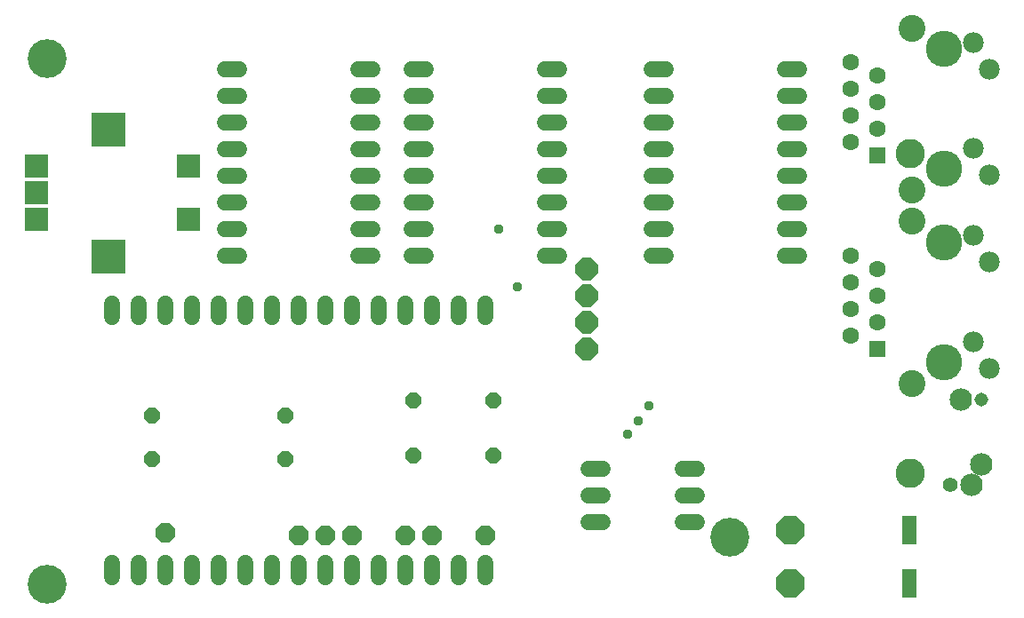
<source format=gbr>
G04 EAGLE Gerber RS-274X export*
G75*
%MOMM*%
%FSLAX34Y34*%
%LPD*%
%INSoldermask Bottom*%
%IPPOS*%
%AMOC8*
5,1,8,0,0,1.08239X$1,22.5*%
G01*
%ADD10C,3.703200*%
%ADD11C,2.783841*%
%ADD12C,1.524000*%
%ADD13P,1.649562X8X22.500000*%
%ADD14P,1.649562X8X202.500000*%
%ADD15R,2.298700X2.298700*%
%ADD16R,3.319200X3.319200*%
%ADD17R,1.601200X1.601200*%
%ADD18C,1.601200*%
%ADD19C,3.453200*%
%ADD20C,2.558200*%
%ADD21C,1.988200*%
%ADD22P,2.969212X8X22.500000*%
%ADD23R,1.473200X2.743200*%
%ADD24C,1.311200*%
%ADD25C,2.133600*%
%ADD26C,1.411200*%
%ADD27P,1.951982X8X292.500000*%
%ADD28P,1.951982X8X22.500000*%
%ADD29P,2.309387X8X202.500000*%
%ADD30C,0.959600*%


D10*
X40000Y531100D03*
X690090Y74480D03*
X40000Y30000D03*
D11*
X861540Y135440D03*
X861540Y440240D03*
D12*
X568960Y139700D02*
X555752Y139700D01*
X555752Y114300D02*
X568960Y114300D01*
X645160Y114300D02*
X658368Y114300D01*
X658368Y139700D02*
X645160Y139700D01*
X568960Y88900D02*
X555752Y88900D01*
X645160Y88900D02*
X658368Y88900D01*
D13*
X388620Y152400D03*
X464820Y152400D03*
X388620Y204470D03*
X464820Y204470D03*
X139700Y148590D03*
X266700Y148590D03*
D14*
X266700Y190500D03*
X139700Y190500D03*
D15*
X29680Y402590D03*
X174460Y427990D03*
X29680Y427990D03*
X30010Y377190D03*
X174790Y377190D03*
D16*
X98430Y342460D03*
X98420Y462720D03*
D17*
X830580Y438150D03*
D18*
X805180Y450850D03*
X830580Y463550D03*
X805180Y476250D03*
X830580Y488950D03*
X805180Y501650D03*
X830580Y514350D03*
X805180Y527050D03*
D19*
X894080Y425450D03*
X894080Y539750D03*
D20*
X863580Y560050D03*
X863580Y405150D03*
D21*
X921980Y445050D03*
X921980Y546350D03*
X937280Y419650D03*
X937280Y520950D03*
D17*
X830580Y254000D03*
D18*
X805180Y266700D03*
X830580Y279400D03*
X805180Y292100D03*
X830580Y304800D03*
X805180Y317500D03*
X830580Y330200D03*
X805180Y342900D03*
D19*
X894080Y241300D03*
X894080Y355600D03*
D20*
X863580Y375900D03*
X863580Y221000D03*
D21*
X921980Y260900D03*
X921980Y362200D03*
X937280Y235500D03*
X937280Y336800D03*
D22*
X748030Y30480D03*
X748030Y81280D03*
D23*
X861060Y81280D03*
X861060Y30480D03*
D24*
X930040Y205410D03*
D25*
X910040Y205410D03*
D26*
X900040Y124300D03*
D25*
X920040Y124300D03*
X930040Y144300D03*
D27*
X381000Y76200D03*
X330200Y76200D03*
D28*
X304800Y76200D03*
X279400Y76200D03*
X152400Y78740D03*
X457200Y76200D03*
X406400Y76200D03*
D12*
X457200Y49784D02*
X457200Y36576D01*
X431800Y36576D02*
X431800Y49784D01*
X406400Y49784D02*
X406400Y36576D01*
X381000Y36576D02*
X381000Y49784D01*
X355600Y49784D02*
X355600Y36576D01*
X330200Y36576D02*
X330200Y49784D01*
X304800Y49784D02*
X304800Y36576D01*
X279400Y36576D02*
X279400Y49784D01*
X254000Y49784D02*
X254000Y36576D01*
X228600Y36576D02*
X228600Y49784D01*
X203200Y49784D02*
X203200Y36576D01*
X177800Y36576D02*
X177800Y49784D01*
X152400Y49784D02*
X152400Y36576D01*
X127000Y36576D02*
X127000Y49784D01*
X101600Y49784D02*
X101600Y36576D01*
X101600Y284226D02*
X101600Y297434D01*
X127000Y297434D02*
X127000Y284226D01*
X152400Y284226D02*
X152400Y297434D01*
X177800Y297434D02*
X177800Y284226D01*
X203200Y284226D02*
X203200Y297434D01*
X228600Y297434D02*
X228600Y284226D01*
X254000Y284226D02*
X254000Y297434D01*
X279400Y297434D02*
X279400Y284226D01*
X304800Y284226D02*
X304800Y297434D01*
X330200Y297434D02*
X330200Y284226D01*
X355600Y284226D02*
X355600Y297434D01*
X381000Y297434D02*
X381000Y284226D01*
X406400Y284226D02*
X406400Y297434D01*
X431800Y297434D02*
X431800Y284226D01*
X457200Y284226D02*
X457200Y297434D01*
X742696Y520700D02*
X755904Y520700D01*
X755904Y495300D02*
X742696Y495300D01*
X742696Y469900D02*
X755904Y469900D01*
X755904Y444500D02*
X742696Y444500D01*
X742696Y419100D02*
X755904Y419100D01*
X755904Y393700D02*
X742696Y393700D01*
X742696Y368300D02*
X755904Y368300D01*
X755904Y342900D02*
X742696Y342900D01*
X628904Y520700D02*
X615696Y520700D01*
X615696Y495300D02*
X628904Y495300D01*
X628904Y469900D02*
X615696Y469900D01*
X615696Y444500D02*
X628904Y444500D01*
X628904Y419100D02*
X615696Y419100D01*
X615696Y393700D02*
X628904Y393700D01*
X628904Y368300D02*
X615696Y368300D01*
X615696Y342900D02*
X628904Y342900D01*
X527304Y520700D02*
X514096Y520700D01*
X514096Y495300D02*
X527304Y495300D01*
X527304Y469900D02*
X514096Y469900D01*
X514096Y444500D02*
X527304Y444500D01*
X527304Y419100D02*
X514096Y419100D01*
X514096Y393700D02*
X527304Y393700D01*
X527304Y368300D02*
X514096Y368300D01*
X514096Y342900D02*
X527304Y342900D01*
X400304Y520700D02*
X387096Y520700D01*
X387096Y495300D02*
X400304Y495300D01*
X400304Y469900D02*
X387096Y469900D01*
X387096Y444500D02*
X400304Y444500D01*
X400304Y419100D02*
X387096Y419100D01*
X387096Y393700D02*
X400304Y393700D01*
X400304Y368300D02*
X387096Y368300D01*
X387096Y342900D02*
X400304Y342900D01*
X349504Y520700D02*
X336296Y520700D01*
X336296Y495300D02*
X349504Y495300D01*
X349504Y469900D02*
X336296Y469900D01*
X336296Y444500D02*
X349504Y444500D01*
X349504Y419100D02*
X336296Y419100D01*
X336296Y393700D02*
X349504Y393700D01*
X349504Y368300D02*
X336296Y368300D01*
X336296Y342900D02*
X349504Y342900D01*
X222504Y520700D02*
X209296Y520700D01*
X209296Y495300D02*
X222504Y495300D01*
X222504Y469900D02*
X209296Y469900D01*
X209296Y444500D02*
X222504Y444500D01*
X222504Y419100D02*
X209296Y419100D01*
X209296Y393700D02*
X222504Y393700D01*
X222504Y368300D02*
X209296Y368300D01*
X209296Y342900D02*
X222504Y342900D01*
D29*
X553720Y330200D03*
X553720Y304800D03*
X553720Y279400D03*
X553720Y254000D03*
D30*
X603250Y185420D03*
X469900Y368300D03*
X487832Y313154D03*
X613410Y199390D03*
X593090Y172720D03*
M02*

</source>
